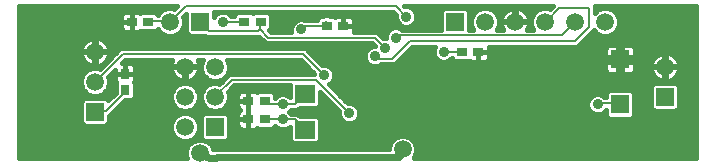
<source format=gbl>
G75*
%MOIN*%
%OFA0B0*%
%FSLAX24Y24*%
%IPPOS*%
%LPD*%
%AMOC8*
5,1,8,0,0,1.08239X$1,22.5*
%
%ADD10R,0.0594X0.0594*%
%ADD11C,0.0594*%
%ADD12R,0.0709X0.0591*%
%ADD13R,0.0360X0.0315*%
%ADD14R,0.0315X0.0360*%
%ADD15R,0.0630X0.0630*%
%ADD16C,0.0070*%
%ADD17C,0.0350*%
%ADD18C,0.0591*%
%ADD19C,0.0240*%
%ADD20C,0.0160*%
D10*
X003180Y002180D03*
X007180Y001680D03*
X006680Y005180D03*
X015180Y005180D03*
X022180Y002680D03*
D11*
X022180Y003680D03*
X020180Y005180D03*
X019180Y005180D03*
X018180Y005180D03*
X017180Y005180D03*
X016180Y005180D03*
X007180Y003680D03*
X006180Y003680D03*
X006180Y002680D03*
X007180Y002680D03*
X006180Y001680D03*
X003180Y003180D03*
X003180Y004180D03*
X005680Y005180D03*
D12*
X010180Y002771D03*
X010180Y001589D03*
D13*
X008831Y001930D03*
X008279Y001930D03*
X008279Y002555D03*
X008831Y002555D03*
X015404Y004180D03*
X015956Y004180D03*
X011456Y005055D03*
X010904Y005055D03*
X008706Y005180D03*
X008154Y005180D03*
X004956Y005180D03*
X004404Y005180D03*
D14*
X004180Y003456D03*
X004180Y002904D03*
D15*
X020680Y002432D03*
X020680Y003928D03*
D16*
X019640Y005010D02*
X019180Y004555D01*
X013680Y004555D01*
X013085Y003960D01*
X012570Y003960D01*
X012500Y004030D01*
X012850Y004310D02*
X012500Y004660D01*
X008950Y004660D01*
X008680Y004930D01*
X008680Y005154D01*
X008706Y005180D01*
X008154Y005180D02*
X007430Y005180D01*
X006970Y004870D02*
X008620Y004870D01*
X008680Y004930D01*
X010055Y004930D02*
X010180Y005055D01*
X010904Y005055D01*
X010960Y005150D01*
X010890Y005220D02*
X010904Y005055D01*
X013200Y004660D02*
X013270Y004730D01*
X018730Y004730D01*
X019180Y005180D01*
X019640Y005010D02*
X019640Y005640D01*
X018660Y005640D01*
X018240Y005220D01*
X018180Y005180D01*
X015404Y004180D02*
X014805Y004180D01*
X013550Y005360D02*
X013200Y005710D01*
X006200Y005710D01*
X005710Y005220D01*
X005680Y005180D01*
X005640Y005220D01*
X005010Y005220D01*
X004956Y005180D01*
X006680Y005180D02*
X006690Y005150D01*
X006970Y004870D01*
X004100Y004100D02*
X003180Y003180D01*
X003540Y002210D02*
X004170Y002840D01*
X004180Y002904D01*
X003540Y002210D02*
X003190Y002210D01*
X003180Y002180D01*
X007180Y002680D02*
X007180Y002700D01*
X007740Y003260D01*
X010540Y003260D01*
X011660Y002140D01*
X010180Y001589D02*
X009839Y001930D01*
X009430Y001930D01*
X008831Y001930D01*
X008956Y002430D02*
X008831Y002555D01*
X008956Y002430D02*
X009430Y002430D01*
X009839Y002430D01*
X010180Y002771D01*
X010820Y003400D02*
X010120Y004100D01*
X004100Y004100D01*
X019930Y002430D02*
X019990Y002490D01*
X020620Y002490D01*
X020680Y002432D01*
X020690Y002490D01*
X020690Y002440D01*
X020680Y002430D01*
D17*
X019930Y002430D03*
X017180Y004180D03*
X014805Y004180D03*
X013200Y004660D03*
X012850Y004310D03*
X012500Y004030D03*
X011055Y003805D03*
X010820Y003400D03*
X012805Y003305D03*
X011660Y002140D03*
X009430Y001930D03*
X009430Y002430D03*
X010055Y004930D03*
X007430Y005180D03*
X013550Y005360D03*
D18*
X013430Y000930D03*
X015180Y000930D03*
X006680Y000805D03*
X004430Y000930D03*
D19*
X006680Y000806D02*
X006717Y000775D01*
X006757Y000748D01*
X006798Y000724D01*
X006840Y000703D01*
X006884Y000685D01*
X006930Y000670D01*
X006976Y000659D01*
X007023Y000652D01*
X007071Y000648D01*
X007118Y000647D01*
X007166Y000650D01*
X007213Y000657D01*
X007259Y000667D01*
X007305Y000681D01*
X007305Y000680D02*
X013305Y000680D01*
X013304Y000713D01*
X013308Y000745D01*
X013316Y000777D01*
X013327Y000807D01*
X013341Y000837D01*
X013359Y000864D01*
X013380Y000889D01*
X013404Y000911D01*
X013430Y000931D01*
D20*
X000660Y000660D02*
X000660Y005700D01*
X005914Y005700D01*
X005828Y005613D01*
X005771Y005637D01*
X005589Y005637D01*
X005421Y005567D01*
X005293Y005439D01*
X005283Y005416D01*
X005202Y005497D01*
X004710Y005497D01*
X004694Y005482D01*
X004654Y005505D01*
X004608Y005517D01*
X004404Y005517D01*
X004200Y005517D01*
X004155Y005505D01*
X004114Y005482D01*
X004080Y005448D01*
X004056Y005407D01*
X004044Y005361D01*
X004044Y005180D01*
X004044Y004999D01*
X004056Y004953D01*
X004080Y004912D01*
X004114Y004878D01*
X004155Y004855D01*
X004200Y004843D01*
X004404Y004843D01*
X004404Y005180D01*
X004044Y005180D01*
X004404Y005180D01*
X004404Y005180D01*
X004404Y005180D01*
X004404Y005517D01*
X004404Y005180D01*
X004404Y005180D01*
X004404Y004843D01*
X004608Y004843D01*
X004654Y004855D01*
X004694Y004878D01*
X004710Y004863D01*
X005202Y004863D01*
X005283Y004944D01*
X005293Y004921D01*
X005421Y004793D01*
X005589Y004723D01*
X005771Y004723D01*
X005939Y004793D01*
X006067Y004921D01*
X006137Y005089D01*
X006137Y005271D01*
X006107Y005342D01*
X006223Y005457D01*
X006223Y004817D01*
X006317Y004723D01*
X006841Y004723D01*
X006889Y004675D01*
X008659Y004675D01*
X008869Y004465D01*
X012419Y004465D01*
X012515Y004369D01*
X012515Y004365D01*
X012433Y004365D01*
X012310Y004314D01*
X012216Y004220D01*
X012165Y004097D01*
X012165Y003963D01*
X012216Y003840D01*
X012310Y003746D01*
X012433Y003695D01*
X012567Y003695D01*
X012690Y003746D01*
X012709Y003765D01*
X013166Y003765D01*
X013280Y003879D01*
X013761Y004360D01*
X014517Y004360D01*
X014470Y004247D01*
X014470Y004113D01*
X014521Y003990D01*
X014615Y003896D01*
X014738Y003845D01*
X014872Y003845D01*
X014995Y003896D01*
X015064Y003965D01*
X015064Y003956D01*
X015158Y003863D01*
X015650Y003863D01*
X015666Y003878D01*
X015706Y003855D01*
X015752Y003843D01*
X015956Y003843D01*
X016160Y003843D01*
X016205Y003855D01*
X016246Y003878D01*
X016280Y003912D01*
X016304Y003953D01*
X016316Y003999D01*
X016316Y004180D01*
X016316Y004360D01*
X019179Y004360D01*
X019260Y004360D01*
X019261Y004360D01*
X019318Y004417D01*
X019720Y004815D01*
X019721Y004815D01*
X019778Y004872D01*
X019810Y004904D01*
X019921Y004793D01*
X020089Y004723D01*
X020271Y004723D01*
X020439Y004793D01*
X020567Y004921D01*
X020637Y005089D01*
X020637Y005271D01*
X020567Y005439D01*
X020439Y005567D01*
X020271Y005637D01*
X020089Y005637D01*
X019921Y005567D01*
X019835Y005481D01*
X019835Y005700D01*
X023200Y005700D01*
X023200Y000660D01*
X013804Y000660D01*
X013816Y000672D01*
X013885Y000839D01*
X013885Y001021D01*
X013816Y001188D01*
X013688Y001316D01*
X013521Y001385D01*
X013339Y001385D01*
X013172Y001316D01*
X013044Y001188D01*
X012975Y001021D01*
X012975Y000960D01*
X007314Y000960D01*
X007268Y000963D01*
X007259Y000960D01*
X007249Y000960D01*
X007211Y000944D01*
X007155Y000930D01*
X007120Y000931D01*
X007066Y001063D01*
X006938Y001191D01*
X006860Y001223D01*
X007543Y001223D01*
X007637Y001317D01*
X007637Y002043D01*
X007543Y002137D01*
X006817Y002137D01*
X006723Y002043D01*
X006723Y001317D01*
X006786Y001254D01*
X006771Y001260D01*
X006589Y001260D01*
X006422Y001191D01*
X006294Y001063D01*
X006225Y000896D01*
X006225Y000714D01*
X006247Y000660D01*
X000660Y000660D01*
X000660Y000814D02*
X006225Y000814D01*
X006257Y000973D02*
X000660Y000973D01*
X000660Y001131D02*
X006362Y001131D01*
X006271Y001223D02*
X006439Y001293D01*
X006567Y001421D01*
X006637Y001589D01*
X006637Y001771D01*
X006567Y001939D01*
X006439Y002067D01*
X006271Y002137D01*
X006089Y002137D01*
X005921Y002067D01*
X005793Y001939D01*
X005723Y001771D01*
X005723Y001589D01*
X005793Y001421D01*
X005921Y001293D01*
X006089Y001223D01*
X006271Y001223D01*
X006431Y001290D02*
X006751Y001290D01*
X006998Y001131D02*
X013020Y001131D01*
X013146Y001290D02*
X010694Y001290D01*
X010694Y001228D02*
X010601Y001134D01*
X009759Y001134D01*
X009666Y001228D01*
X009666Y001692D01*
X009620Y001646D01*
X009497Y001595D01*
X009363Y001595D01*
X009240Y001646D01*
X009171Y001715D01*
X009171Y001706D01*
X009077Y001613D01*
X008585Y001613D01*
X008569Y001628D01*
X008529Y001605D01*
X008483Y001593D01*
X008279Y001593D01*
X008279Y001930D01*
X007919Y001930D01*
X007919Y001749D01*
X007931Y001703D01*
X007955Y001662D01*
X007989Y001628D01*
X008030Y001605D01*
X008075Y001593D01*
X008279Y001593D01*
X008279Y001930D01*
X008279Y001930D01*
X007919Y001930D01*
X007919Y002111D01*
X007931Y002157D01*
X007955Y002198D01*
X007989Y002232D01*
X008008Y002242D01*
X007989Y002253D01*
X007955Y002287D01*
X007931Y002328D01*
X007919Y002374D01*
X007919Y002555D01*
X008279Y002555D01*
X008279Y002555D01*
X007919Y002555D01*
X007919Y002736D01*
X007931Y002782D01*
X007955Y002823D01*
X007989Y002857D01*
X008030Y002880D01*
X008075Y002892D01*
X008279Y002892D01*
X008279Y002555D01*
X008279Y002555D01*
X008279Y002555D01*
X008279Y002218D01*
X008279Y001930D01*
X008279Y001930D01*
X008279Y001930D01*
X008279Y002555D01*
X008279Y002892D01*
X008483Y002892D01*
X008529Y002880D01*
X008569Y002857D01*
X008585Y002872D01*
X009077Y002872D01*
X009171Y002779D01*
X009171Y002645D01*
X009240Y002714D01*
X009363Y002765D01*
X009497Y002765D01*
X009620Y002714D01*
X009666Y002668D01*
X009666Y003065D01*
X007821Y003065D01*
X007605Y002849D01*
X007637Y002771D01*
X007637Y002589D01*
X007567Y002421D01*
X007439Y002293D01*
X007271Y002223D01*
X007089Y002223D01*
X006921Y002293D01*
X006793Y002421D01*
X006723Y002589D01*
X006723Y002771D01*
X006793Y002939D01*
X006921Y003067D01*
X007089Y003137D01*
X007271Y003137D01*
X007321Y003116D01*
X007659Y003455D01*
X010485Y003455D01*
X010485Y003459D01*
X010039Y003905D01*
X007581Y003905D01*
X007637Y003771D01*
X007637Y003589D01*
X007567Y003421D01*
X007439Y003293D01*
X007271Y003223D01*
X007089Y003223D01*
X006921Y003293D01*
X006793Y003421D01*
X006723Y003589D01*
X006723Y003771D01*
X006779Y003905D01*
X006601Y003905D01*
X006622Y003863D01*
X006645Y003792D01*
X006657Y003718D01*
X006657Y003698D01*
X006198Y003698D01*
X006198Y003662D01*
X006657Y003662D01*
X006657Y003642D01*
X006645Y003568D01*
X006622Y003497D01*
X006588Y003430D01*
X006544Y003369D01*
X006491Y003316D01*
X006430Y003272D01*
X006363Y003238D01*
X006292Y003215D01*
X006218Y003203D01*
X006198Y003203D01*
X006198Y003662D01*
X006162Y003662D01*
X006162Y003203D01*
X006142Y003203D01*
X006068Y003215D01*
X005997Y003238D01*
X005930Y003272D01*
X005869Y003316D01*
X005816Y003369D01*
X005772Y003430D01*
X005738Y003497D01*
X005715Y003568D01*
X005703Y003642D01*
X005703Y003662D01*
X006162Y003662D01*
X006162Y003698D01*
X005703Y003698D01*
X005703Y003718D01*
X005715Y003792D01*
X005738Y003863D01*
X005759Y003905D01*
X004181Y003905D01*
X004092Y003816D01*
X004180Y003816D01*
X004180Y003456D01*
X004180Y003456D01*
X004180Y003816D01*
X004361Y003816D01*
X004407Y003804D01*
X004448Y003780D01*
X004482Y003746D01*
X004505Y003705D01*
X004517Y003660D01*
X004517Y003456D01*
X004180Y003456D01*
X004180Y003456D01*
X004180Y003456D01*
X003843Y003456D01*
X003843Y003567D01*
X003610Y003335D01*
X003637Y003271D01*
X003637Y003089D01*
X003567Y002921D01*
X003439Y002793D01*
X003271Y002723D01*
X003089Y002723D01*
X002921Y002793D01*
X002793Y002921D01*
X002723Y003089D01*
X002723Y003271D01*
X002793Y003439D01*
X002921Y003567D01*
X003089Y003637D01*
X003271Y003637D01*
X003335Y003610D01*
X004019Y004295D01*
X010201Y004295D01*
X010315Y004181D01*
X010761Y003735D01*
X010887Y003735D01*
X011010Y003684D01*
X011104Y003590D01*
X011155Y003467D01*
X011155Y003333D01*
X011104Y003210D01*
X011010Y003116D01*
X010974Y003101D01*
X011601Y002475D01*
X011727Y002475D01*
X011850Y002424D01*
X011944Y002330D01*
X011995Y002207D01*
X011995Y002073D01*
X011944Y001950D01*
X011850Y001856D01*
X011727Y001805D01*
X011593Y001805D01*
X011470Y001856D01*
X011376Y001950D01*
X011325Y002073D01*
X011325Y002199D01*
X010694Y002830D01*
X010694Y002409D01*
X010601Y002315D01*
X010000Y002315D01*
X009920Y002235D01*
X009709Y002235D01*
X009654Y002180D01*
X009709Y002125D01*
X009920Y002125D01*
X010000Y002045D01*
X010601Y002045D01*
X010694Y001951D01*
X010694Y001228D01*
X010694Y001448D02*
X023200Y001448D01*
X023200Y001607D02*
X010694Y001607D01*
X010694Y001765D02*
X023200Y001765D01*
X023200Y001924D02*
X011917Y001924D01*
X011995Y002082D02*
X020205Y002082D01*
X020205Y002051D02*
X020299Y001957D01*
X021061Y001957D01*
X021155Y002051D01*
X021155Y002813D01*
X021061Y002907D01*
X020299Y002907D01*
X020205Y002813D01*
X020205Y002685D01*
X020149Y002685D01*
X020120Y002714D01*
X019997Y002765D01*
X019863Y002765D01*
X019740Y002714D01*
X019646Y002620D01*
X019595Y002497D01*
X019595Y002363D01*
X019646Y002240D01*
X019740Y002146D01*
X019863Y002095D01*
X019997Y002095D01*
X020120Y002146D01*
X020205Y002231D01*
X020205Y002051D01*
X019646Y002241D02*
X011981Y002241D01*
X011875Y002399D02*
X019595Y002399D01*
X019620Y002558D02*
X011518Y002558D01*
X011125Y002399D02*
X010684Y002399D01*
X010694Y002558D02*
X010967Y002558D01*
X010808Y002716D02*
X010694Y002716D01*
X011201Y002875D02*
X020266Y002875D01*
X020205Y002716D02*
X020115Y002716D01*
X019745Y002716D02*
X011360Y002716D01*
X011043Y003033D02*
X021723Y003033D01*
X021723Y003043D02*
X021723Y002317D01*
X021817Y002223D01*
X022543Y002223D01*
X022637Y002317D01*
X022637Y003043D01*
X022543Y003137D01*
X021817Y003137D01*
X021723Y003043D01*
X021723Y002875D02*
X021094Y002875D01*
X021155Y002716D02*
X021723Y002716D01*
X021723Y002558D02*
X021155Y002558D01*
X021155Y002399D02*
X021723Y002399D01*
X021800Y002241D02*
X021155Y002241D01*
X021155Y002082D02*
X023200Y002082D01*
X023200Y002241D02*
X022560Y002241D01*
X022637Y002399D02*
X023200Y002399D01*
X023200Y002558D02*
X022637Y002558D01*
X022637Y002716D02*
X023200Y002716D01*
X023200Y002875D02*
X022637Y002875D01*
X022637Y003033D02*
X023200Y003033D01*
X023200Y003192D02*
X011085Y003192D01*
X011155Y003350D02*
X021836Y003350D01*
X021816Y003369D02*
X021869Y003316D01*
X021930Y003272D01*
X021997Y003238D01*
X022068Y003215D01*
X022142Y003203D01*
X022162Y003203D01*
X022162Y003662D01*
X022198Y003662D01*
X022198Y003698D01*
X022657Y003698D01*
X022657Y003718D01*
X022645Y003792D01*
X022622Y003863D01*
X022588Y003930D01*
X022544Y003991D01*
X022491Y004044D01*
X022430Y004088D01*
X022363Y004122D01*
X022292Y004145D01*
X022218Y004157D01*
X022198Y004157D01*
X022198Y003698D01*
X022162Y003698D01*
X022162Y003662D01*
X021703Y003662D01*
X021703Y003642D01*
X021715Y003568D01*
X021738Y003497D01*
X021772Y003430D01*
X021816Y003369D01*
X022162Y003350D02*
X022198Y003350D01*
X022198Y003203D02*
X022218Y003203D01*
X022292Y003215D01*
X022363Y003238D01*
X022430Y003272D01*
X022491Y003316D01*
X022544Y003369D01*
X022588Y003430D01*
X022622Y003497D01*
X022645Y003568D01*
X022657Y003642D01*
X022657Y003662D01*
X022198Y003662D01*
X022198Y003203D01*
X022524Y003350D02*
X023200Y003350D01*
X023200Y003509D02*
X022626Y003509D01*
X022198Y003509D02*
X022162Y003509D01*
X022162Y003667D02*
X021175Y003667D01*
X021175Y003589D02*
X021175Y003851D01*
X020757Y003851D01*
X020757Y003433D01*
X021019Y003433D01*
X021064Y003445D01*
X021105Y003469D01*
X021139Y003503D01*
X021163Y003544D01*
X021175Y003589D01*
X021142Y003509D02*
X021734Y003509D01*
X021703Y003698D02*
X022162Y003698D01*
X022162Y004157D01*
X022142Y004157D01*
X022068Y004145D01*
X021997Y004122D01*
X021930Y004088D01*
X021869Y004044D01*
X021816Y003991D01*
X021772Y003930D01*
X021738Y003863D01*
X021715Y003792D01*
X021703Y003718D01*
X021703Y003698D01*
X022198Y003667D02*
X023200Y003667D01*
X023200Y003826D02*
X022634Y003826D01*
X022549Y003984D02*
X023200Y003984D01*
X023200Y004143D02*
X022300Y004143D01*
X022198Y004143D02*
X022162Y004143D01*
X022060Y004143D02*
X021175Y004143D01*
X021175Y004267D02*
X021163Y004312D01*
X021139Y004354D01*
X021105Y004387D01*
X021064Y004411D01*
X021019Y004423D01*
X020757Y004423D01*
X020757Y004006D01*
X020603Y004006D01*
X020603Y004423D01*
X020341Y004423D01*
X020296Y004411D01*
X020255Y004387D01*
X020221Y004354D01*
X020197Y004312D01*
X020185Y004267D01*
X020185Y004006D01*
X020603Y004006D01*
X020603Y003851D01*
X020757Y003851D01*
X020757Y004006D01*
X021175Y004006D01*
X021175Y004267D01*
X021166Y004301D02*
X023200Y004301D01*
X023200Y004460D02*
X019361Y004460D01*
X019260Y004360D02*
X019260Y004360D01*
X019521Y004618D02*
X023200Y004618D01*
X023200Y004777D02*
X020400Y004777D01*
X019960Y004777D02*
X019681Y004777D01*
X020573Y004935D02*
X023200Y004935D01*
X023200Y005094D02*
X020637Y005094D01*
X020637Y005252D02*
X023200Y005252D01*
X023200Y005411D02*
X020579Y005411D01*
X020435Y005569D02*
X023200Y005569D01*
X019925Y005569D02*
X019835Y005569D01*
X018444Y005700D02*
X018349Y005605D01*
X018271Y005637D01*
X018089Y005637D01*
X017921Y005567D01*
X017793Y005439D01*
X017723Y005271D01*
X017723Y005089D01*
X017791Y004925D01*
X017584Y004925D01*
X017588Y004930D01*
X017622Y004997D01*
X017645Y005068D01*
X017657Y005142D01*
X017657Y005162D01*
X017198Y005162D01*
X017198Y005198D01*
X017162Y005198D01*
X017162Y005162D01*
X016703Y005162D01*
X016703Y005142D01*
X016715Y005068D01*
X016738Y004997D01*
X016772Y004930D01*
X016776Y004925D01*
X016569Y004925D01*
X016637Y005089D01*
X016637Y005271D01*
X016567Y005439D01*
X016439Y005567D01*
X016271Y005637D01*
X016089Y005637D01*
X015921Y005567D01*
X015793Y005439D01*
X015723Y005271D01*
X015723Y005089D01*
X015791Y004925D01*
X015637Y004925D01*
X015637Y005543D01*
X015543Y005637D01*
X014817Y005637D01*
X014723Y005543D01*
X014723Y004925D01*
X013409Y004925D01*
X013390Y004944D01*
X013267Y004995D01*
X013133Y004995D01*
X013010Y004944D01*
X012916Y004850D01*
X012865Y004727D01*
X012865Y004645D01*
X012791Y004645D01*
X012695Y004741D01*
X012581Y004855D01*
X011811Y004855D01*
X011816Y004874D01*
X011816Y005055D01*
X011816Y005236D01*
X011804Y005282D01*
X011780Y005323D01*
X011746Y005357D01*
X011705Y005380D01*
X011660Y005392D01*
X011456Y005392D01*
X011456Y005055D01*
X011816Y005055D01*
X011456Y005055D01*
X011456Y005055D01*
X011456Y005055D01*
X011456Y005392D01*
X011252Y005392D01*
X011206Y005380D01*
X011166Y005357D01*
X011150Y005372D01*
X011012Y005372D01*
X010954Y005421D01*
X010793Y005407D01*
X010763Y005372D01*
X010658Y005372D01*
X010564Y005279D01*
X010564Y005250D01*
X010158Y005250D01*
X010122Y005265D01*
X009988Y005265D01*
X009865Y005214D01*
X009771Y005120D01*
X009720Y004997D01*
X009720Y004863D01*
X009723Y004855D01*
X009031Y004855D01*
X008988Y004898D01*
X009046Y004956D01*
X009046Y005404D01*
X008952Y005497D01*
X008460Y005497D01*
X008430Y005468D01*
X008400Y005497D01*
X007908Y005497D01*
X007814Y005404D01*
X007814Y005375D01*
X007709Y005375D01*
X007620Y005464D01*
X007497Y005515D01*
X007363Y005515D01*
X007240Y005464D01*
X007146Y005370D01*
X007137Y005348D01*
X007137Y005515D01*
X013119Y005515D01*
X013215Y005419D01*
X013215Y005293D01*
X013266Y005170D01*
X013360Y005076D01*
X013483Y005025D01*
X013617Y005025D01*
X013740Y005076D01*
X013834Y005170D01*
X013885Y005293D01*
X013885Y005427D01*
X013834Y005550D01*
X013740Y005644D01*
X013617Y005695D01*
X013491Y005695D01*
X013486Y005700D01*
X018444Y005700D01*
X017925Y005569D02*
X017456Y005569D01*
X017430Y005588D02*
X017363Y005622D01*
X017292Y005645D01*
X017218Y005657D01*
X017198Y005657D01*
X017198Y005198D01*
X017657Y005198D01*
X017657Y005218D01*
X017645Y005292D01*
X017622Y005363D01*
X017588Y005430D01*
X017544Y005491D01*
X017491Y005544D01*
X017430Y005588D01*
X017198Y005569D02*
X017162Y005569D01*
X017162Y005657D02*
X017142Y005657D01*
X017068Y005645D01*
X016997Y005622D01*
X016930Y005588D01*
X016869Y005544D01*
X016816Y005491D01*
X016772Y005430D01*
X016738Y005363D01*
X016715Y005292D01*
X016703Y005218D01*
X016703Y005198D01*
X017162Y005198D01*
X017162Y005657D01*
X016904Y005569D02*
X016435Y005569D01*
X016579Y005411D02*
X016762Y005411D01*
X016709Y005252D02*
X016637Y005252D01*
X017162Y005252D02*
X017198Y005252D01*
X017198Y005411D02*
X017162Y005411D01*
X017598Y005411D02*
X017781Y005411D01*
X017723Y005252D02*
X017651Y005252D01*
X017649Y005094D02*
X017723Y005094D01*
X017787Y004935D02*
X017590Y004935D01*
X016770Y004935D02*
X016573Y004935D01*
X016637Y005094D02*
X016711Y005094D01*
X015787Y004935D02*
X015637Y004935D01*
X015637Y005094D02*
X015723Y005094D01*
X015723Y005252D02*
X015637Y005252D01*
X015637Y005411D02*
X015781Y005411D01*
X015925Y005569D02*
X015611Y005569D01*
X014749Y005569D02*
X013815Y005569D01*
X013885Y005411D02*
X014723Y005411D01*
X014723Y005252D02*
X013868Y005252D01*
X013757Y005094D02*
X014723Y005094D01*
X014723Y004935D02*
X013399Y004935D01*
X013343Y005094D02*
X011816Y005094D01*
X011816Y004935D02*
X013001Y004935D01*
X012886Y004777D02*
X012659Y004777D01*
X012425Y004460D02*
X003566Y004460D01*
X003588Y004430D02*
X003544Y004491D01*
X003491Y004544D01*
X003430Y004588D01*
X003363Y004622D01*
X003292Y004645D01*
X003218Y004657D01*
X003198Y004657D01*
X003198Y004198D01*
X003162Y004198D01*
X003162Y004162D01*
X002703Y004162D01*
X002703Y004142D01*
X002715Y004068D01*
X002738Y003997D01*
X002772Y003930D01*
X002816Y003869D01*
X002869Y003816D01*
X002930Y003772D01*
X002997Y003738D01*
X003068Y003715D01*
X003142Y003703D01*
X003162Y003703D01*
X003162Y004162D01*
X003198Y004162D01*
X003198Y004198D01*
X003657Y004198D01*
X003657Y004218D01*
X003645Y004292D01*
X003622Y004363D01*
X003588Y004430D01*
X003371Y004618D02*
X008716Y004618D01*
X009025Y004935D02*
X009720Y004935D01*
X009760Y005094D02*
X009046Y005094D01*
X009046Y005252D02*
X009957Y005252D01*
X010153Y005252D02*
X010564Y005252D01*
X010829Y005411D02*
X009039Y005411D01*
X007821Y005411D02*
X007673Y005411D01*
X007187Y005411D02*
X007137Y005411D01*
X006223Y005411D02*
X006176Y005411D01*
X006137Y005252D02*
X006223Y005252D01*
X006223Y005094D02*
X006137Y005094D01*
X006073Y004935D02*
X006223Y004935D01*
X006264Y004777D02*
X005900Y004777D01*
X005460Y004777D02*
X000660Y004777D01*
X000660Y004935D02*
X004067Y004935D01*
X004044Y005094D02*
X000660Y005094D01*
X000660Y005252D02*
X004044Y005252D01*
X004058Y005411D02*
X000660Y005411D01*
X000660Y005569D02*
X005425Y005569D01*
X004404Y005411D02*
X004404Y005411D01*
X004404Y005252D02*
X004404Y005252D01*
X004404Y005094D02*
X004404Y005094D01*
X004404Y004935D02*
X004404Y004935D01*
X005275Y004935D02*
X005287Y004935D01*
X003642Y004301D02*
X012297Y004301D01*
X012184Y004143D02*
X010353Y004143D01*
X010512Y003984D02*
X012165Y003984D01*
X012231Y003826D02*
X010670Y003826D01*
X010119Y003826D02*
X007614Y003826D01*
X007637Y003667D02*
X010277Y003667D01*
X010436Y003509D02*
X007603Y003509D01*
X007554Y003350D02*
X007496Y003350D01*
X007396Y003192D02*
X004497Y003192D01*
X004505Y003206D02*
X004517Y003252D01*
X004517Y003456D01*
X004180Y003456D01*
X003843Y003456D01*
X003843Y003252D01*
X003855Y003206D01*
X003878Y003166D01*
X003863Y003150D01*
X003863Y002808D01*
X003617Y002563D01*
X003543Y002637D01*
X002817Y002637D01*
X002723Y002543D01*
X002723Y001817D01*
X002817Y001723D01*
X003543Y001723D01*
X003637Y001817D01*
X003637Y002031D01*
X003735Y002129D01*
X004170Y002564D01*
X004404Y002564D01*
X004497Y002658D01*
X004497Y003150D01*
X004482Y003166D01*
X004505Y003206D01*
X004517Y003350D02*
X005836Y003350D01*
X006162Y003350D02*
X006198Y003350D01*
X006524Y003350D02*
X006864Y003350D01*
X006757Y003509D02*
X006626Y003509D01*
X006723Y003667D02*
X006198Y003667D01*
X006162Y003667D02*
X004515Y003667D01*
X004517Y003509D02*
X005734Y003509D01*
X006162Y003509D02*
X006198Y003509D01*
X006634Y003826D02*
X006746Y003826D01*
X005726Y003826D02*
X004101Y003826D01*
X003708Y003984D02*
X003615Y003984D01*
X003622Y003997D02*
X003645Y004068D01*
X003657Y004142D01*
X003657Y004162D01*
X003198Y004162D01*
X003198Y003703D01*
X003218Y003703D01*
X003292Y003715D01*
X003363Y003738D01*
X003430Y003772D01*
X003491Y003816D01*
X003544Y003869D01*
X003588Y003930D01*
X003622Y003997D01*
X003550Y003826D02*
X003500Y003826D01*
X003198Y003826D02*
X003162Y003826D01*
X003162Y003984D02*
X003198Y003984D01*
X002860Y003826D02*
X000660Y003826D01*
X000660Y003984D02*
X002745Y003984D01*
X002703Y004143D02*
X000660Y004143D01*
X000660Y004301D02*
X002718Y004301D01*
X002715Y004292D02*
X002703Y004218D01*
X002703Y004198D01*
X003162Y004198D01*
X003162Y004657D01*
X003142Y004657D01*
X003068Y004645D01*
X002997Y004622D01*
X002930Y004588D01*
X002869Y004544D01*
X002816Y004491D01*
X002772Y004430D01*
X002738Y004363D01*
X002715Y004292D01*
X003162Y004301D02*
X003198Y004301D01*
X003198Y004143D02*
X003162Y004143D01*
X003657Y004143D02*
X003867Y004143D01*
X003198Y004460D02*
X003162Y004460D01*
X003162Y004618D02*
X003198Y004618D01*
X002989Y004618D02*
X000660Y004618D01*
X000660Y004460D02*
X002794Y004460D01*
X003391Y003667D02*
X000660Y003667D01*
X000660Y003509D02*
X002862Y003509D01*
X002756Y003350D02*
X000660Y003350D01*
X000660Y003192D02*
X002723Y003192D01*
X002746Y003033D02*
X000660Y003033D01*
X000660Y002875D02*
X002839Y002875D01*
X003521Y002875D02*
X003863Y002875D01*
X003770Y002716D02*
X000660Y002716D01*
X000660Y002558D02*
X002738Y002558D01*
X002723Y002399D02*
X000660Y002399D01*
X000660Y002241D02*
X002723Y002241D01*
X002723Y002082D02*
X000660Y002082D01*
X000660Y001924D02*
X002723Y001924D01*
X002775Y001765D02*
X000660Y001765D01*
X000660Y001607D02*
X005723Y001607D01*
X005782Y001448D02*
X000660Y001448D01*
X000660Y001290D02*
X005929Y001290D01*
X006578Y001448D02*
X006723Y001448D01*
X006723Y001607D02*
X006637Y001607D01*
X006637Y001765D02*
X006723Y001765D01*
X006723Y001924D02*
X006574Y001924D01*
X006403Y002082D02*
X006762Y002082D01*
X007047Y002241D02*
X006313Y002241D01*
X006271Y002223D02*
X006439Y002293D01*
X006567Y002421D01*
X006637Y002589D01*
X006637Y002771D01*
X006567Y002939D01*
X006439Y003067D01*
X006271Y003137D01*
X006089Y003137D01*
X005921Y003067D01*
X005793Y002939D01*
X005723Y002771D01*
X005723Y002589D01*
X005793Y002421D01*
X005921Y002293D01*
X006089Y002223D01*
X006271Y002223D01*
X006047Y002241D02*
X003846Y002241D01*
X003688Y002082D02*
X005957Y002082D01*
X005786Y001924D02*
X003637Y001924D01*
X003585Y001765D02*
X005723Y001765D01*
X007313Y002241D02*
X008004Y002241D01*
X007919Y002082D02*
X007598Y002082D01*
X007637Y001924D02*
X007919Y001924D01*
X007919Y001765D02*
X007637Y001765D01*
X007637Y001607D02*
X008027Y001607D01*
X008279Y001607D02*
X008279Y001607D01*
X008532Y001607D02*
X009336Y001607D01*
X009524Y001607D02*
X009666Y001607D01*
X009666Y001448D02*
X007637Y001448D01*
X007609Y001290D02*
X009666Y001290D01*
X008279Y001765D02*
X008279Y001765D01*
X008279Y001924D02*
X008279Y001924D01*
X008279Y002082D02*
X008279Y002082D01*
X008279Y002241D02*
X008279Y002241D01*
X008279Y002399D02*
X008279Y002399D01*
X008279Y002558D02*
X008279Y002558D01*
X007919Y002558D02*
X007624Y002558D01*
X007545Y002399D02*
X007919Y002399D01*
X007919Y002716D02*
X007637Y002716D01*
X007630Y002875D02*
X008020Y002875D01*
X008279Y002875D02*
X008279Y002875D01*
X008279Y002716D02*
X008279Y002716D01*
X008538Y002875D02*
X009666Y002875D01*
X009666Y002716D02*
X009615Y002716D01*
X009245Y002716D02*
X009171Y002716D01*
X009666Y003033D02*
X007789Y003033D01*
X006887Y003033D02*
X006473Y003033D01*
X006594Y002875D02*
X006766Y002875D01*
X006723Y002716D02*
X006637Y002716D01*
X006624Y002558D02*
X006736Y002558D01*
X006815Y002399D02*
X006545Y002399D01*
X005815Y002399D02*
X004005Y002399D01*
X004163Y002558D02*
X005736Y002558D01*
X005723Y002716D02*
X004497Y002716D01*
X004497Y002875D02*
X005766Y002875D01*
X005887Y003033D02*
X004497Y003033D01*
X003863Y003033D02*
X003614Y003033D01*
X003637Y003192D02*
X003863Y003192D01*
X003843Y003350D02*
X003626Y003350D01*
X003784Y003509D02*
X003843Y003509D01*
X004180Y003509D02*
X004180Y003509D01*
X004180Y003667D02*
X004180Y003667D01*
X009926Y002241D02*
X011284Y002241D01*
X011325Y002082D02*
X009963Y002082D01*
X010694Y001924D02*
X011403Y001924D01*
X013714Y001290D02*
X023200Y001290D01*
X023200Y001131D02*
X013840Y001131D01*
X013885Y000973D02*
X023200Y000973D01*
X023200Y000814D02*
X013875Y000814D01*
X012975Y000973D02*
X007103Y000973D01*
X011138Y003509D02*
X020218Y003509D01*
X020221Y003503D02*
X020255Y003469D01*
X020296Y003445D01*
X020341Y003433D01*
X020603Y003433D01*
X020603Y003851D01*
X020185Y003851D01*
X020185Y003589D01*
X020197Y003544D01*
X020221Y003503D01*
X020185Y003667D02*
X011027Y003667D01*
X013226Y003826D02*
X020185Y003826D01*
X020603Y003826D02*
X020757Y003826D01*
X020757Y003984D02*
X021811Y003984D01*
X021726Y003826D02*
X021175Y003826D01*
X020757Y003667D02*
X020603Y003667D01*
X020603Y003509D02*
X020757Y003509D01*
X020603Y003984D02*
X016312Y003984D01*
X015956Y003984D02*
X015956Y003984D01*
X015956Y003843D02*
X015956Y004180D01*
X016316Y004180D01*
X015956Y004180D01*
X015956Y004180D01*
X015956Y004180D01*
X015956Y003843D01*
X015956Y004143D02*
X015956Y004143D01*
X016316Y004143D02*
X020185Y004143D01*
X020194Y004301D02*
X016316Y004301D01*
X014527Y003984D02*
X013385Y003984D01*
X013543Y004143D02*
X014470Y004143D01*
X014493Y004301D02*
X013702Y004301D01*
X011456Y005094D02*
X011456Y005094D01*
X011456Y005252D02*
X011456Y005252D01*
X011812Y005252D02*
X013232Y005252D01*
X013215Y005411D02*
X010967Y005411D01*
X020603Y004301D02*
X020757Y004301D01*
X020757Y004143D02*
X020603Y004143D01*
X022162Y003984D02*
X022198Y003984D01*
X022198Y003826D02*
X022162Y003826D01*
M02*

</source>
